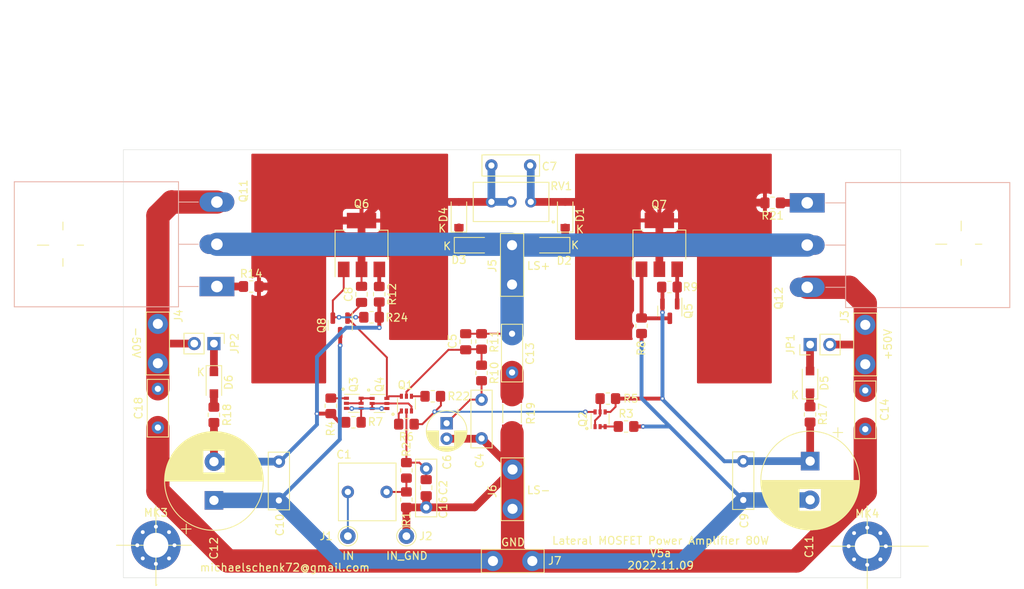
<source format=kicad_pcb>
(kicad_pcb (version 20211014) (generator pcbnew)
  (layers (0 "F.Cu" signal) (31 "B.Cu" signal) (34 "B.Paste" user) (35 "F.Paste" user) (36 "B.SilkS" user "B.Silkscreen") (37 "F.SilkS" user "F.Silkscreen") (38 "B.Mask" user) (39 "F.Mask" user) (44 "Edge.Cuts" user))
  (net 0 "")
  (net 1 "Net-(C1-Pad2)")
  (net 2 "Net-(C1-Pad1)")
  (net 3 "GND")
  (net 4 "Net-(C16-Pad1)")
  (net 5 "Net-(C4-Pad1)")
  (net 6 "Net-(C13-Pad1)")
  (net 7 "Net-(C7-Pad1)")
  (net 8 "Net-(C5-Pad2)")
  (net 9 "Net-(C11-Pad1)")
  (net 10 "Net-(C13-Pad2)")
  (net 11 "Net-(D1-Pad1)")
  (net 12 "Net-(D3-Pad1)")
  (net 13 "Net-(D5-Pad1)")
  (net 14 "Net-(D6-Pad2)")
  (net 15 "Net-(Q11-Pad1)")
  (net 16 "Net-(C14-Pad1)")
  (net 17 "Net-(Q1-Pad1)")
  (net 18 "Net-(C18-Pad2)")
  (net 19 "Net-(Q5-Pad3)")
  (net 20 "Net-(Q2-Pad2)")
  (net 21 "Net-(Q2-Pad1)")
  (net 22 "Net-(C8-Pad2)")
  (net 23 "Net-(Q1-Pad4)")
  (net 24 "Net-(D5-Pad2)")
  (net 25 "Net-(Q1-Pad3)")
  (net 26 "Net-(D6-Pad1)")
  (net 27 "Net-(Q5-Pad1)")
  (net 28 "Net-(Q2-Pad6)")
  (net 29 "Net-(Q12-Pad1)")
  (net 30 "Net-(R4-Pad1)")
  (net 31 "Net-(Q6-Pad1)")
  (net 32 "Net-(C7-Pad2)")
  (net 33 "Net-(C10-Pad2)")
  (net 34 "Net-(Q3-Pad2)")
  (net 35 "Net-(Q3-Pad3)")
  (net 36 "Net-(Q3-Pad4)")
  (net 37 "Net-(Q6-Pad3)")
  (footprint "Capacitor_THT:C_Rect_L7.2mm_W7.2mm_P5.00mm_FKS2_FKP2_MKS2_MKP2" (layer "F.Cu") (at 143.19 88.7476 180)
    (fp_text reference "C1")
    (fp_text value "3.3uF")
  )
  (footprint "Capacitor_SMD:C_0805_2012Metric_Pad1.18x1.45mm_HandSolder" (layer "F.Cu") (at 148.3 88.2 -90)
    (fp_text reference "C2")
    (fp_text value "470p")
  )
  (footprint "Capacitor_THT:CP_Radial_D5.0mm_P2.00mm" (layer "F.Cu") (at 150.9395 79.883 -90)
    (fp_text reference "C4")
    (fp_text value "47u/16V")
  )
  (footprint "Capacitor_SMD:C_0805_2012Metric_Pad1.18x1.45mm_HandSolder" (layer "F.Cu") (at 153.4 69.3625 -90)
    (fp_text reference "C5")
    (fp_text value "10p")
  )
  (footprint "Capacitor_THT:C_Rect_L7.2mm_W2.5mm_P5.00mm_FKS2_FKP2_MKS2_MKP2" (layer "F.Cu") (at 155.448 76.835 -90)
    (fp_text reference "C6")
    (fp_text value "100n")
  )
  (footprint "Capacitor_THT:C_Rect_L7.2mm_W2.5mm_P5.00mm_FKS2_FKP2_MKS2_MKP2" (layer "F.Cu") (at 189.23 84.789 -90)
    (fp_text reference "C9")
    (fp_text value "100n")
  )
  (footprint "Capacitor_THT:CP_Radial_D12.5mm_P5.00mm" (layer "F.Cu") (at 197.866 84.7725 -90)
    (fp_text reference "C11")
    (fp_text value "220u/100V")
  )
  (footprint "Capacitor_THT:C_Rect_L7.2mm_W2.5mm_P5.00mm_FKS2_FKP2_MKS2_MKP2" (layer "F.Cu") (at 159.385 68.326 -90)
    (fp_text reference "C13")
    (fp_text value "22n")
  )
  (footprint "Diode_SMD:D_SOD-123" (layer "F.Cu") (at 166.243 52.958 90)
    (fp_text reference "D1")
    (fp_text value "1N914")
  )
  (footprint "Diode_SMD:D_SOD-123" (layer "F.Cu") (at 164.592 56.896 180)
    (fp_text reference "D2")
    (fp_text value "12V/0.5W")
  )
  (footprint "Diode_SMD:D_SOD-123" (layer "F.Cu") (at 154.178 56.896)
    (fp_text reference "D3")
    (fp_text value "1N914")
  )
  (footprint "Diode_SMD:D_SOD-123" (layer "F.Cu") (at 152.527 52.958 90)
    (fp_text reference "D4")
    (fp_text value "12V/0.5W")
  )
  (footprint "Diode_SMD:D_SOD-123F" (layer "F.Cu") (at 197.85 74.55 90)
    (fp_text reference "D5")
    (fp_text value "SM4002PL-TP")
  )
  (footprint "Connector_Pin:Pin_D1.0mm_L10.0mm" (layer "F.Cu") (at 138.19 94.4585)
    (fp_text reference "J1")
    (fp_text value "Conn_01x01")
  )
  (footprint "Connector_Pin:Pin_D1.0mm_L10.0mm" (layer "F.Cu") (at 145.7465 94.4585)
    (fp_text reference "J2")
    (fp_text value "Conn_01x01")
  )
  (footprint "kicad-snk:TE-726386-2_Pitch5.08mm_Drill1.3mm" (layer "F.Cu") (at 204.978 72.263 90)
    (fp_text reference "J3")
    (fp_text value "+50V")
  )
  (footprint "kicad-snk:TE-726386-2_Pitch5.08mm_Drill1.3mm" (layer "F.Cu") (at 159.385 56.896 -90)
    (fp_text reference "J5")
    (fp_text value "LS+")
  )
  (footprint "kicad-snk:TE-726386-2_Pitch5.08mm_Drill1.3mm" (layer "F.Cu") (at 159.4485 85.852 -90)
    (fp_text reference "J6")
    (fp_text value "LS-")
  )
  (footprint "kicad-snk:TE-726386-2_Pitch5.08mm_Drill1.3mm" (layer "F.Cu") (at 156.9212 97.663)
    (fp_text reference "J7")
    (fp_text value "GND")
  )
  (footprint "MountingHole:MountingHole_3.2mm_M3_Pad_Via" (layer "F.Cu") (at 113.411 95.631)
    (fp_text reference "MK3")
    (fp_text value "Mounting_Hole_PAD")
  )
  (footprint "MountingHole:MountingHole_3.2mm_M3_Pad_Via" (layer "F.Cu") (at 205.232 95.758)
    (fp_text reference "MK4")
    (fp_text value "Mounting_Hole_PAD")
  )
  (footprint "Resistor_SMD:R_0805_2012Metric_Pad1.20x1.40mm_HandSolder" (layer "F.Cu") (at 145.7465 89.7435 -90)
    (fp_text reference "R1")
    (fp_text value "33k")
  )
  (footprint "Resistor_SMD:R_0805_2012Metric_Pad1.20x1.40mm_HandSolder" (layer "F.Cu") (at 145.7465 85.9655 -90)
    (fp_text reference "R2")
    (fp_text value "470R")
  )
  (footprint "Resistor_SMD:R_0805_2012Metric_Pad1.20x1.40mm_HandSolder" (layer "F.Cu") (at 174.1 80.3)
    (fp_text reference "R3")
    (fp_text value "47k")
  )
  (footprint "Resistor_SMD:R_0805_2012Metric_Pad1.20x1.40mm_HandSolder" (layer "F.Cu") (at 171.75 76.7 180)
    (fp_text reference "R5")
    (fp_text value "150R")
  )
  (footprint "Resistor_SMD:R_0805_2012Metric_Pad1.20x1.40mm_HandSolder" (layer "F.Cu") (at 145.75 80 180)
    (fp_text reference "R6")
    (fp_text value "180R")
  )
  (footprint "Resistor_SMD:R_0805_2012Metric_Pad1.20x1.40mm_HandSolder" (layer "F.Cu") (at 155.448 73.39 -90)
    (fp_text reference "R10")
    (fp_text value "1k")
  )
  (footprint "Resistor_SMD:R_0805_2012Metric_Pad1.20x1.40mm_HandSolder" (layer "F.Cu") (at 155.448 69.326 -90)
    (fp_text reference "R11")
    (fp_text value "33k")
  )
  (footprint "Resistor_SMD:R_0805_2012Metric_Pad1.20x1.40mm_HandSolder" (layer "F.Cu") (at 125.714 62.23)
    (fp_text reference "R14")
    (fp_text value "220R")
  )
  (footprint "Resistor_SMD:R_0805_2012Metric_Pad1.20x1.40mm_HandSolder" (layer "F.Cu") (at 197.85 78.75 90)
    (fp_text reference "R17")
    (fp_text value "100R")
  )
  (footprint "Resistor_SMD:R_MELF_MMB-0207" (layer "F.Cu") (at 159.385 78.65 -90)
    (fp_text reference "R19")
    (fp_text value "6.8R/1W")
  )
  (footprint "Resistor_SMD:R_0805_2012Metric_Pad1.20x1.40mm_HandSolder" (layer "F.Cu") (at 193.024 51.435 180)
    (fp_text reference "R21")
    (fp_text value "220R")
  )
  (footprint "Capacitor_THT:C_Rect_L7.2mm_W2.5mm_P5.00mm_FKS2_FKP2_MKS2_MKP2" (layer "F.Cu") (at 204.978 75.645 -90)
    (fp_text reference "C14")
    (fp_text value "100n")
  )
  (footprint "Resistor_SMD:R_0805_2012Metric_Pad1.20x1.40mm_HandSolder" (layer "F.Cu") (at 120.9 78.8 -90)
    (fp_text reference "R18")
    (fp_text value "100R")
  )
  (footprint "Capacitor_THT:C_Rect_L7.2mm_W2.5mm_P5.00mm_FKS2_FKP2_MKS2_MKP2" (layer "F.Cu") (at 129.286 89.836 90)
    (fp_text reference "C10")
    (fp_text value "100n")
  )
  (footprint "Capacitor_THT:CP_Radial_D12.5mm_P5.00mm" (layer "F.Cu") (at 120.904 89.836 90)
    (fp_text reference "C12")
    (fp_text value "220u/100V")
  )
  (footprint "Resistor_SMD:R_0805_2012Metric_Pad1.20x1.40mm_HandSolder" (layer "F.Cu") (at 138.9032 79.756 180)
    (fp_text reference "R7")
    (fp_text value "220")
  )
  (footprint "Resistor_SMD:R_0805_2012Metric_Pad1.20x1.40mm_HandSolder" (layer "F.Cu") (at 135.9916 77.6384 -90)
    (fp_text reference "R4")
    (fp_text value "220")
  )
  (footprint "Package_TO_SOT_SMD:SOT-23" (layer "F.Cu") (at 179.75 65.4 -90)
    (fp_text reference "Q5")
    (fp_text value "BC856B")
  )
  (footprint "Package_TO_SOT_SMD:SOT-223-3_TabPin2" (layer "F.Cu") (at 139.954 56.871 90)
    (fp_text reference "Q6")
    (fp_text value "DZT5551")
  )
  (footprint "Package_TO_SOT_SMD:SOT-363_SC-70-6" (layer "F.Cu") (at 145.75 77.35 90)
    (fp_text reference "Q1")
    (fp_text value "BCM856BS,115")
  )
  (footprint "Package_TO_SOT_SMD:SOT-363_SC-70-6" (layer "F.Cu") (at 170.7515 79.3695 90)
    (fp_text reference "Q2")
    (fp_text value "BCM856BS,115")
  )
  (footprint "kicad-snk:TE-726386-2_Pitch5.08mm_Drill1.3mm" (layer "F.Cu") (at 113.665 72.136 90)
    (fp_text reference "J4")
    (fp_text value "-50V")
  )
  (footprint "Capacitor_THT:C_Rect_L7.2mm_W2.5mm_P5.00mm_FKS2_FKP2_MKS2_MKP2" (layer "F.Cu") (at 113.665 80.438 90)
    (fp_text reference "C18")
    (fp_text value "100n")
  )
  (footprint "Diode_SMD:D_SOD-123F" (layer "F.Cu") (at 120.9 74.65 -90)
    (fp_text reference "D6")
    (fp_text value "SM4002PL-TP")
  )
  (footprint "Capacitor_THT:C_Rect_L7.2mm_W2.5mm_P5.00mm_FKS2_FKP2_MKS2_MKP2" (layer "F.Cu") (at 156.718 46.609)
    (fp_text reference "C7")
    (fp_text value "100n")
  )
  (footprint "Potentiometer_THT:Potentiometer_Bourns_3296W_Vertical" (layer "F.Cu") (at 161.798 51.308)
    (fp_text reference "RV1")
    (fp_text value "200R")
  )
  (footprint "Resistor_SMD:R_0805_2012Metric_Pad1.20x1.40mm_HandSolder" (layer "F.Cu") (at 179.7 62.3)
    (fp_text reference "R9")
    (fp_text value "40.6R")
  )
  (footprint "Package_TO_SOT_SMD:SOT-363_SC-70-6" (layer "F.Cu") (at 138.9532 77.3072)
    (fp_text reference "Q3")
    (fp_text value "BCM846BS,115")
  )
  (footprint "Capacitor_THT:C_Rect_L7.2mm_W2.5mm_P5.00mm_FKS2_FKP2_MKS2_MKP2" (layer "F.Cu") (at 148.3 85.7375 -90)
    (fp_text reference "C16")
    (fp_text value "1n")
  )
  (footprint "Resistor_SMD:R_0805_2012Metric_Pad1.20x1.40mm_HandSolder" (layer "F.Cu") (at 149.15 76.4 180)
    (fp_text reference "R22")
    (fp_text value "180R")
  )
  (footprint "Resistor_SMD:R_0805_2012Metric_Pad1.20x1.40mm_HandSolder" (layer "F.Cu") (at 141.25 66.2)
    (fp_text reference "R24")
    (fp_text value "1k")
  )
  (footprint "Package_TO_SOT_SMD:SOT-223-3_TabPin2" (layer "F.Cu") (at 178.4 56.85 90)
    (fp_text reference "Q7")
    (fp_text value "DZT5401")
  )
  (footprint "Capacitor_SMD:C_0805_2012Metric_Pad1.18x1.45mm_HandSolder" (layer "F.Cu") (at 139.954 63.2421 -90)
    (fp_text reference "C8")
    (fp_text value "27p")
  )
  (footprint "Package_TO_SOT_SMD:SOT-363_SC-70-6" (layer "F.Cu") (at 142.2756 77.328)
    (fp_text reference "Q4")
    (fp_text value "BCM846BS,115")
  )
  (footprint "Connector_PinHeader_2.54mm:PinHeader_1x02_P2.54mm_Vertical" (layer "F.Cu") (at 197.866 69.723 90)
    (fp_text reference "JP1")
    (fp_text value "Jump")
  )
  (footprint "Package_TO_SOT_SMD:SOT-23" (layer "F.Cu") (at 137.2 67.25 -90)
    (fp_text reference "Q8")
    (fp_text value "BC846B")
  )
  (footprint "Connector_PinHeader_2.54mm:PinHeader_1x02_P2.54mm_Vertical" (layer "F.Cu") (at 120.904 69.596 -90)
    (fp_text reference "JP2")
    (fp_text value "Jump")
  )
  (footprint "Resistor_SMD:R_0805_2012Metric_Pad1.20x1.40mm_HandSolder" (layer "F.Cu") (at 176.1 67.3 -90)
    (fp_text reference "R8")
    (fp_text value "47k")
  )
  (footprint "Resistor_SMD:R_0805_2012Metric_Pad1.20x1.40mm_HandSolder" (layer "F.Cu") (at 142.24 63.23 -90)
    (fp_text reference "R12")
    (fp_text value "56")
  )
  (footprint "Package_TO_SOT_THT:TO-247-3_Horizontal_TabUp" (layer "B.Cu") (at 121.285 62.23 90)
    (fp_text reference "Q11")
    (fp_text value "ECX10P20")
  )
  (footprint "Package_TO_SOT_THT:TO-247-3_Horizontal_TabUp" (layer "B.Cu") (at 197.485 51.435 -90)
    (fp_text reference "Q12")
    (fp_text value "ECX10N20")
  )
  (gr_line (start 98.1075 56.896) (end 104.0765 56.896) (layer "F.SilkS") (width 0.12))
  (gr_line (start 101.4095 53.9115) (end 101.4095 59.6265) (layer "F.SilkS") (width 0.12))
  (gr_line (start 213.106 95.758) (end 200.533 95.758) (layer "F.SilkS") (width 0.12))
  (gr_line (start 117.983 95.631) (end 108.331 95.631) (layer "F.SilkS") (width 0.12))
  (gr_line (start 205.232 101.219) (end 205.232 90.551) (layer "F.SilkS") (width 0.12))
  (gr_line (start 217.3605 53.7845) (end 217.3605 59.4995) (layer "F.SilkS") (width 0.12))
  (gr_line (start 214.0585 56.769) (end 220.0275 56.769) (layer "F.SilkS") (width 0.12))
  (gr_line (start 113.411 90.551) (end 113.411 100.838) (layer "F.SilkS") (width 0.12))
  (gr_line (start 113.411 100.838) (end 113.538 100.711) (layer "F.SilkS") (width 0.12))
  (gr_line (start 109.22 99.822) (end 209.55 99.822) (layer "Edge.Cuts") (width 0.05))
  (gr_line (start 109.22 44.577) (end 109.22 99.822) (layer "Edge.Cuts") (width 0.05))
  (gr_line (start 209.55 44.577) (end 209.55 99.822) (layer "Edge.Cuts") (width 0.05))
  (gr_line (start 109.22 44.577) (end 209.55 44.577) (layer "Edge.Cuts") (width 0.05))
  (gr_text "GND" (at 159.512 95.25) (layer "F.SilkS") (effects (font (size 1 1))))
  (gr_text "-50V" (at 110.871 69.469 -90) (layer "F.SilkS") (effects (font (size 1 1))))
  (gr_text "°" (at 164.7 54.3) (layer "F.SilkS") (effects (font (size 1 1))))
  (gr_text "°" (at 169.037 80.957) (layer "F.SilkS") (effects (font (size 1 1))))
  (gr_text "°" (at 144.018 79.121) (layer "F.SilkS") (effects (font (size 1 1))))
  (gr_text "IN" (at 138.25 97) (layer "F.SilkS") (effects (font (size 1 1))))
  (gr_text "LS+" (at 162.814 59.563) (layer "F.SilkS") (effects (font (size 1 1))))
  (gr_text "K" (at 119.2 73.3) (layer "F.SilkS") (effects (font (size 1 1))))
  (gr_text "+50V" (at 207.899 69.723 90) (layer "F.SilkS") (effects (font (size 1 1))))
  (gr_text "IN_GND" (at 145.81 96.9985) (layer "F.SilkS") (effects (font (size 1 1))))
  (gr_text "°" (at 137.5664 75.8952) (layer "F.SilkS") (effects (font (size 1 1))))
  (gr_text "K" (at 167.513 56.896) (layer "F.SilkS") (effects (font (size 1 1))))
  (gr_text "michaelschenk72@gmail.com" (at 130.05 98.5) (layer "F.SilkS") (effects (font (size 1 1))))
  (gr_text "K" (at 195.9 76.25) (layer "F.SilkS") (effects (font (size 1 1))))
  (gr_text "K" (at 151.003 57.023) (layer "F.SilkS") (effects (font (size 1 1))))
  (gr_text "Lateral MOSFET Power Amplifier 80W\nV5a\n2022.11.09" (at 178.562 96.647) (layer "F.SilkS") (effects (font (size 1 1))))
  (gr_text "°" (at 140.8684 75.9968) (layer "F.SilkS") (effects (font (size 1 1))))
  (gr_text "K" (at 168.148 54.864) (layer "F.SilkS") (effects (font (size 1 1))))
  (gr_text "K" (at 150.368 54.737) (layer "F.SilkS") (effects (font (size 1 1))))
  (gr_text "LS-" (at 162.814 88.519) (layer "F.SilkS") (effects (font (size 1 1))))
  (segment (start 138.19 94.4585) (end 138.19 88.7476) (width 0.25) (layer "B.Cu") (net 1))
  (segment (start 143.19 88.7476) (end 145.7424 88.7476) (width 0.25) (layer "F.Cu") (net 2))
  (segment (start 145.7465 88.7435) (end 145.7465 86.9655) (width 0.25) (layer "F.Cu") (net 2))
  (segment (start 150.9395 81.883) (end 155.4 81.883) (width 1) (layer "F.Cu") (net 3))
  (segment (start 156.9212 97.663) (end 122.695002 97.663) (width 3) (layer "F.Cu") (net 3))
  (segment (start 148.3 90.7375) (end 154.563 90.7375) (width 1) (layer "F.Cu") (net 3))
  (segment (start 204.978 88.759998) (end 204.978 80.645) (width 3) (layer "F.Cu") (net 3))
  (segment (start 145.7465 90.7435) (end 148.652 90.7435) (width 1) (layer "F.Cu") (net 3))
  (segment (start 148.3 90.7375) (end 148.3 89.2375) (width 1) (layer "F.Cu") (net 3))
  (segment (start 160.528 97.663) (end 156.9212 97.663) (width 3) (layer "F.Cu") (net 3))
  (segment (start 154.563 90.7375) (end 159.4485 85.852) (width 1) (layer "F.Cu") (net 3))
  (segment (start 159.4485 85.8355) (end 155.448 81.835) (width 1) (layer "F.Cu") (net 3))
  (segment (start 137.2 68.1875) (end 137.2 69.85) (width 0.5) (layer "F.Cu") (net 3))
  (segment (start 196.074998 97.663) (end 204.978 88.759998) (width 3) (layer "F.Cu") (net 3))
  (segment (start 159.4485 96.5835) (end 160.528 97.663) (width 3) (layer "F.Cu") (net 3))
  (segment (start 113.665 80.438) (end 113.665 88.632998) (width 3) (layer "F.Cu") (net 3))
  (segment (start 162.0012 97.663) (end 196.074998 97.663) (width 3) (layer "F.Cu") (net 3))
  (segment (start 159.385 81.1) (end 159.385 85.7885) (width 3) (layer "F.Cu") (net 3))
  (segment (start 175.1 80.3) (end 176.3 80.3) (width 0.5) (layer "F.Cu") (net 3))
  (segment (start 162.0012 97.663) (end 160.528 97.663) (width 3) (layer "F.Cu") (net 3))
  (segment (start 159.4485 90.932) (end 159.4485 96.5835) (width 3) (layer "F.Cu") (net 3))
  (segment (start 176.1 68.3) (end 176.1 69.5) (width 0.5) (layer "F.Cu") (net 3))
  (segment (start 113.665 88.632998) (end 122.695002 97.663) (width 3) (layer "F.Cu") (net 3))
  (segment (start 145.7465 94.4585) (end 145.7465 90.7435) (width 1) (layer "F.Cu") (net 3))
  (segment (start 159.4485 85.852) (end 159.4485 90.932) (width 3) (layer "F.Cu") (net 3))
  (via (at 176.3 80.3) (size 0.6) (drill 0.3) (layers "F.Cu" "B.Cu") (net 3))
  (via (at 176.1 69.5) (size 0.6) (drill 0.3) (layers "F.Cu" "B.Cu") (net 3))
  (via (at 137.2 69.85) (size 0.6) (drill 0.3) (layers "F.Cu" "B.Cu") (net 3))
  (segment (start 137.150489 69.899511) (end 137.150489 81.971511) (width 0.5) (layer "B.Cu") (net 3))
  (segment (start 162.0012 97.663) (end 181.356 97.663) (width 2) (layer "B.Cu") (net 3))
  (segment (start 181.356 97.663) (end 189.23 89.789) (width 2) (layer "B.Cu") (net 3))
  (segment (start 179.65 80.3) (end 179.6955 80.2545) (width 0.5) (layer "B.Cu") (net 3))
  (segment (start 176.1 76.659) (end 176.1 69.5) (width 0.5) (layer "B.Cu") (net 3))
  (segment (start 176.3 80.3) (end 179.65 80.3) (width 0.5) (layer "B.Cu") (net 3))
  (segment (start 129.286 89.836) (end 137.15 97.7) (width 2) (layer "B.Cu") (net 3))
  (segment (start 156.9212 97.663) (end 137.187 97.663) (width 2) (layer "B.Cu") (net 3))
  (segment (start 137.150489 81.971511) (end 129.286 89.836) (width 0.5) (layer "B.Cu") (net 3))
  (segment (start 137.2 69.85) (end 137.150489 69.899511) (width 0.5) (layer "B.Cu") (net 3))
  (segment (start 189.23 89.789) (end 197.8495 89.789) (width 2) (layer "B.Cu") (net 3))
  (segment (start 189.23 89.789) (end 179.6955 80.2545) (width 0.5) (layer "B.Cu") (net 3))
  (segment (start 137.187 97.663) (end 137.15 97.7) (width 2) (layer "B.Cu") (net 3))
  (segment (start 129.286 89.836) (end 120.904 89.836) (width 2) (layer "B.Cu") (net 3))
  (segment (start 179.6955 80.2545) (end 176.1 76.659) (width 0.5) (layer "B.Cu") (net 3))
  (segment (start 147.428 84.9655) (end 148.2 85.7375) (width 0.25) (layer "F.Cu") (net 4))
  (segment (start 148.3 87.1625) (end 148.3 85.7375) (width 0.25) (layer "F.Cu") (net 4))
  (segment (start 145.7465 84.9655) (end 145.7465 80.615993) (width 0.25) (layer "F.Cu") (net 4))
  (segment (start 145.7465 84.9655) (end 147.428 84.9655) (width 0.25) (layer "F.Cu") (net 4))
  (segment (start 145.7465 80.615993) (end 145.75 80.612493) (width 0.25) (layer "F.Cu") (net 4))
  (segment (start 145.75 78.3) (end 145.75 80.612493) (width 0.25) (layer "F.Cu") (net 4))
  (segment (start 155.448 76.835) (end 153.9875 76.835) (width 0.25) (layer "F.Cu") (net 5))
  (segment (start 153.9875 76.835) (end 150.9395 79.883) (width 0.25) (layer "F.Cu") (net 5))
  (segment (start 155.448 76.835) (end 155.448 74.39) (width 0.25) (layer "F.Cu") (net 5))
  (segment (start 155.448 68.326) (end 153.401 68.326) (width 0.25) (layer "F.Cu") (net 6))
  (segment (start 162.942 56.896) (end 159.385 56.896) (width 1) (layer "F.Cu") (net 6))
  (segment (start 159.385 68.326) (end 155.448 68.326) (width 0.25) (layer "F.Cu") (net 6))
  (segment (start 155.828 56.896) (end 159.385 56.896) (width 1) (layer "F.Cu") (net 6))
  (segment (start 159.385 61.976) (end 159.385 68.326) (width 3) (layer "B.Cu") (net 6))
  (segment (start 159.396 56.885) (end 197.485 56.885) (width 3) (layer "B.Cu") (net 6))
  (segment (start 159.385 56.896) (end 159.385 61.976) (width 3) (layer "B.Cu") (net 6))
  (segment (start 159.269 56.78) (end 121.285 56.78) (width 3) (layer "B.Cu") (net 6))
  (segment (start 128.27 62.23) (end 126.714 62.23) (width 1) (layer "F.Cu") (net 7))
  (segment (start 139.954 62.2046) (end 139.954 60.021) (width 0.25) (layer "F.Cu") (net 7))
  (segment (start 139.954 60.021) (end 139.954 53.721) (width 1) (layer "F.Cu") (net 7))
  (segment (start 156.718 51.308) (end 152.527 51.308) (width 1) (layer "F.Cu") (net 7))
  (segment (start 136.779 53.721) (end 128.27 62.23) (width 1) (layer "F.Cu") (net 7))
  (segment (start 152.527 51.308) (end 142.367 51.308) (width 1) (layer "F.Cu") (net 7))
  (segment (start 142.367 51.308) (end 139.954 53.721) (width 1) (layer "F.Cu") (net 7))
  (segment (start 139.954 53.721) (end 136.779 53.721) (width 1) (layer "F.Cu") (net 7))
  (segment (start 159.258 51.308) (end 156.718 51.308) (width 1) (layer "B.Cu") (net 7))
  (segment (start 156.718 51.308) (end 156.718 46.609) (width 1) (layer "B.Cu") (net 7))
  (segment (start 155.448 72.39) (end 155.448 70.326) (width 0.25) (layer "F.Cu") (net 8))
  (segment (start 151.175 70.4) (end 153.4 70.4) (width 0.25) (layer "F.Cu") (net 8))
  (segment (start 145.75 76.4) (end 145.75 75.825) (width 0.25) (layer "F.Cu") (net 8))
  (segment (start 155.448 70.326) (end 153.474 70.326) (width 0.25) (layer "F.Cu") (net 8))
  (segment (start 145.75 75.825) (end 151.175 70.4) (width 0.25) (layer "F.Cu") (net 8))
  (segment (start 178.8 64.4625) (end 178.8 65.588) (width 0.5) (layer "F.Cu") (net 9))
  (segment (start 172.0805 78.4195) (end 171.4015 78.4195) (width 0.25) (layer "F.Cu") (net 9))
  (segment (start 172.75 77.75) (end 172.0805 78.4195) (width 0.25) (layer "F.Cu") (net 9))
  (segment (start 197.866 84.7725) (end 197.866 79.766) (width 1) (layer "F.Cu") (net 9))
  (segment (start 172.75 76.7) (end 172.75 77.75) (width 0.25) (layer "F.Cu") (net 9))
  (segment (start 172.75 76.7) (end 178.8 76.7) (width 0.5) (layer "F.Cu") (net 9))
  (segment (start 178.8 64.4625) (end 178.8 62.4) (width 0.5) (layer "F.Cu") (net 9))
  (via (at 178.8 76.7) (size 0.6) (drill 0.3) (layers "F.Cu" "B.Cu") (net 9))
  (via (at 178.8 65.588) (size 0.6) (drill 0.3) (layers "F.Cu" "B.Cu") (net 9))
  (segment (start 178.8 65.588) (end 178.8 76.7) (width 0.5) (layer "B.Cu") (net 9))
  (segment (start 189.23 84.789) (end 186.789 84.789) (width 0.5) (layer "B.Cu") (net 9))
  (segment (start 197.866 84.7725) (end 189.2465 84.7725) (width 1) (layer "B.Cu") (net 9))
  (segment (start 186.789 84.789) (end 178.75 76.75) (width 0.5) (layer "B.Cu") (net 9))
  (segment (start 178.8 76.7) (end 178.75 76.75) (width 0.5) (layer "B.Cu") (net 9))
  (segment (start 159.385 73.326) (end 159.385 76.2) (width 3) (layer "F.Cu") (net 10))
  (segment (start 166.243 56.895) (end 166.242 56.896) (width 1) (layer "F.Cu") (net 11))
  (segment (start 166.243 54.608) (end 166.243 56.895) (width 1) (layer "F.Cu") (net 11))
  (segment (start 152.528 56.896) (end 152.528 54.609) (width 1) (layer "F.Cu") (net 12))
  (segment (start 152.528 54.609) (end 152.527 54.608) (width 1) (layer "F.Cu") (net 12))
  (segment (start 197.85 77.75) (end 197.85 75.95) (width 1) (layer "F.Cu") (net 13))
  (segment (start 120.9 77.8) (end 120.9 76.05) (width 1) (layer "F.Cu") (net 14))
  (segment (start 121.285 62.23) (end 124.714 62.23) (width 1) (layer "F.Cu") (net 15))
  (segment (start 202.924 62.335) (end 197.485 62.335) (width 3) (layer "F.Cu") (net 16))
  (segment (start 200.406 69.723) (end 204.597 69.723) (width 1) (layer "F.Cu") (net 16))
  (segment (start 204.597 69.723) (end 204.978 70.104) (width 1) (layer "F.Cu") (net 16))
  (segment (start 204.978 67.183) (end 204.978 70.104) (width 3) (layer "F.Cu") (net 16))
  (segment (start 204.978 72.263) (end 204.978 75.645) (width 3) (layer "F.Cu") (net 16))
  (segment (start 204.978 70.104) (end 204.978 72.263) (width 3) (layer "F.Cu") (net 16))
  (segment (start 204.978 64.389) (end 202.924 62.335) (width 3) (layer "F.Cu") (net 16))
  (segment (start 204.978 67.183) (end 204.978 64.389) (width 3) (layer "F.Cu") (net 16))
  (segment (start 144.75 80) (end 144.75 78.65) (width 0.25) (layer "F.Cu") (net 17))
  (segment (start 144.75 78.65) (end 145.1 78.3) (width 0.25) (layer "F.Cu") (net 17))
  (segment (start 114.554 69.596) (end 113.665 70.485) (width 1) (layer "F.Cu") (net 18))
  (segment (start 113.665 53.086) (end 115.443 51.308) (width 3) (layer "F.Cu") (net 18))
  (segment (start 113.665 75.438) (end 113.665 72.136) (width 3) (layer "F.Cu") (net 18))
  (segment (start 113.665 72.136) (end 113.665 70.485) (width 3) (layer "F.Cu") (net 18))
  (segment (start 113.665 70.485) (end 113.665 67.056) (width 3) (layer "F.Cu") (net 18))
  (segment (start 113.665 67.056) (end 113.665 53.086) (width 3) (layer "F.Cu") (net 18))
  (segment (start 115.465 51.33) (end 121.285 51.33) (width 3) (layer "F.Cu") (net 18))
  (segment (start 115.443 51.308) (end 115.465 51.33) (width 3) (layer "F.Cu") (net 18))
  (segment (start 118.364 69.596) (end 114.554 69.596) (width 1) (layer "F.Cu") (net 18))
  (segment (start 179.75 66.3375) (end 176.1375 66.3375) (width 0.5) (layer "F.Cu") (net 19))
  (segment (start 176.1 66.3) (end 176.1 60) (width 0.5) (layer "F.Cu") (net 19))
  (segment (start 173.1 80.3) (end 171.421 80.3) (width 0.25) (layer "F.Cu") (net 20))
  (segment (start 170.7515 80.3195) (end 171.4015 80.3195) (width 0.25) (layer "F.Cu") (net 20))
  (segment (start 170.7515 78.879502) (end 170.7515 78.4195) (width 0.25) (layer "F.Cu") (net 21))
  (segment (start 170.7515 78.4195) (end 170.7515 76.7015) (width 0.25) (layer "F.Cu") (net 21))
  (segment (start 170.1015 80.3195) (end 170.1015 79.529502) (width 0.25) (layer "F.Cu") (net 21))
  (segment (start 170.1015 79.529502) (end 170.7515 78.879502) (width 0.25) (layer "F.Cu") (net 21))
  (segment (start 143.5036 76.4) (end 143.2256 76.678) (width 0.25) (layer "F.Cu") (net 22))
  (segment (start 138.15 66.3125) (end 143.2256 71.3881) (width 0.25) (layer "F.Cu") (net 22))
  (segment (start 143.2256 71.3881) (end 143.2256 76.678) (width 0.25) (layer "F.Cu") (net 22))
  (segment (start 139.954 64.5085) (end 138.15 66.3125) (width 0.25) (layer "F.Cu") (net 22))
  (segment (start 145.1 76.4) (end 143.5036 76.4) (width 0.25) (layer "F.Cu") (net 22))
  (segment (start 148.15 76.4) (end 146.4 76.4) (width 0.25) (layer "F.Cu") (net 23))
  (segment (start 197.85 73.15) (end 197.85 69.739) (width 1) (layer "F.Cu") (net 24))
  (segment (start 141.3256 77.978) (end 141.3256 77.328) (width 0.25) (layer "F.Cu") (net 25))
  (segment (start 146.003 77.328) (end 143.2256 77.328) (width 0.25) (layer "F.Cu") (net 25))
  (segment (start 146.4 77.725) (end 146.003 77.328) (width 0.25) (layer "F.Cu") (net 25))
  (segment (start 143.2256 77.328) (end 141.3256 77.328) (width 0.25) (layer "F.Cu") (net 25))
  (segment (start 146.4 78.3) (end 146.4 77.725) (width 0.25) (layer "F.Cu") (net 25))
  (segment (start 120.9 73.25) (end 120.9 69.6) (width 1) (layer "F.Cu") (net 26))
  (segment (start 180.7 64.4625) (end 180.7 62.3) (width 0.5) (layer "F.Cu") (net 27))
  (segment (start 180.7 62.3) (end 180.7 60) (width 0.5) (layer "F.Cu") (net 27))
  (segment (start 170.1015 78.4195) (end 168.849 78.4195) (width 0.25) (layer "F.Cu") (net 28))
  (segment (start 168.849 78.4195) (end 168.8465 78.417) (width 0.25) (layer "F.Cu") (net 28))
  (segment (start 146.75 80) (end 147.8 80) (width 0.25) (layer "F.Cu") (net 28))
  (segment (start 150.2 77.6) (end 150.2 76.45) (width 0.25) (layer "F.Cu") (net 28))
  (segment (start 149.4 78.4) (end 150.2 77.6) (width 0.25) (layer "F.Cu") (net 28))
  (segment (start 147.8 80) (end 149.4 78.4) (width 0.25) (layer "F.Cu") (net 28))
  (via (at 168.8465 78.417) (size 0.6) (drill 0.3) (layers "F.Cu" "B.Cu") (net 28))
  (via (at 149.4 78.4) (size 0.6) (drill 0.3) (layers "F.Cu" "B.Cu") (net 28))
  (segment (start 168.8295 78.4) (end 168.8465 78.417) (width 0.25) (layer "B.Cu") (net 28))
  (segment (start 149.4 78.4) (end 168.8295 78.4) (width 0.25) (layer "B.Cu") (net 28))
  (segment (start 197.485 51.435) (end 194.024 51.435) (width 1) (layer "F.Cu") (net 29))
  (segment (start 138.0032 76.6572) (end 136.0104 76.6572) (width 0.25) (layer "F.Cu") (net 30))
  (segment (start 136.0104 76.6572) (end 135.9916 76.6384) (width 0.25) (layer "F.Cu") (net 30))
  (segment (start 137.654 62.625) (end 136.25 64.029) (width 0.25) (layer "F.Cu") (net 31))
  (segment (start 137.654 60.021) (end 137.654 62.625) (width 0.25) (layer "F.Cu") (net 31))
  (segment (start 136.25 64.029) (end 136.25 66.3125) (width 0.25) (layer "F.Cu") (net 31))
  (segment (start 137.05 66.2) (end 136.3625 66.2) (width 0.25) (layer "F.Cu") (net 31))
  (segment (start 140.25 66.2) (end 139.2 66.2) (width 0.25) (layer "F.Cu") (net 31))
  (via (at 137.05 66.2) (size 0.6) (drill 0.3) (layers "F.Cu" "B.Cu") (net 31))
  (via (at 139.2 66.2) (size 0.6) (drill 0.3) (layers "F.Cu" "B.Cu") (net 31))
  (segment (start 139.2 66.2) (end 137.05 66.2) (width 0.25) (layer "B.Cu") (net 31))
  (segment (start 166.243 51.308) (end 161.798 51.308) (width 1) (layer "F.Cu") (net 32))
  (segment (start 178.4 53.7) (end 180.7 51.4) (width 1) (layer "F.Cu") (net 32))
  (segment (start 176.008 51.308) (end 178.4 53.7) (width 1) (layer "F.Cu") (net 32))
  (segment (start 166.243 51.308) (end 176.008 51.308) (width 1) (layer "F.Cu") (net 32))
  (segment (start 180.7 51.4) (end 191.989 51.4) (width 1) (layer "F.Cu") (net 32))
  (segment (start 178.4 60) (end 178.4 53.7) (width 1) (layer "F.Cu") (net 32))
  (segment (start 161.798 51.308) (end 161.798 46.689) (width 1) (layer "B.Cu") (net 32))
  (segment (start 142.25 64.24) (end 142.24 64.23) (width 0.5) (layer "F.Cu") (net 33))
  (segment (start 137.1092 79.756) (end 135.9916 78.6384) (width 0.5) (layer "F.Cu") (net 33))
  (segment (start 137.9032 79.756) (end 137.1092 79.756) (width 0.5) (layer "F.Cu") (net 33))
  (segment (start 135.9916 78.6384) (end 134.2136 78.6384) (width 0.5) (layer "F.Cu") (net 33))
  (segment (start 120.904 84.836) (end 120.904 79.804) (width 1) (layer "F.Cu") (net 33))
  (segment (start 142.25 66.2) (end 142.25 67.55) (width 0.5) (layer "F.Cu") (net 33))
  (segment (start 142.25 66.2) (end 142.25 64.24) (width 0.5) (layer "F.Cu") (net 33))
  (segment (start 134.2136 78.6384) (end 134.2 78.652) (width 0.5) (layer "F.Cu") (net 33))
  (via (at 134.2 78.652) (size 0.6) (drill 0.3) (layers "F.Cu" "B.Cu") (net 33))
  (via (at 142.25 67.55) (size 0.6) (drill 0.3) (layers "F.Cu" "B.Cu") (net 33))
  (segment (start 142.25 67.55) (end 137.95 67.55) (width 0.5) (layer "B.Cu") (net 33))
  (segment (start 137.95 67.55) (end 134.2 71.3) (width 0.5) (layer "B.Cu") (net 33))
  (segment (start 129.286 84.836) (end 120.904 84.836) (width 1) (layer "B.Cu") (net 33))
  (segment (start 134.2 80.05) (end 129.414 84.836) (width 0.5) (layer "B.Cu") (net 33))
  (segment (start 134.2 78.652) (end 134.2 80.05) (width 0.5) (layer "B.Cu") (net 33))
  (segment (start 134.2 71.3) (end 134.2 74.4) (width 0.5) (layer "B.Cu") (net 33))
  (segment (start 134.2 74.4) (end 134.2 78.652) (width 0.5) (layer "B.Cu") (net 33))
  (segment (start 141.3048 76.6572) (end 141.3256 76.678) (width 0.25) (layer "F.Cu") (net 34))
  (segment (start 139.9032 77.3072) (end 139.9032 76.6572) (width 0.25) (layer "F.Cu") (net 34))
  (segment (start 139.9032 76.6572) (end 141.3048 76.6572) (width 0.25) (layer "F.Cu") (net 34))
  (segment (start 139.9032 77.3072) (end 138.0032 77.3072) (width 0.25) (layer "F.Cu") (net 34))
  (segment (start 138.684 77.978) (end 138.024 77.978) (width 0.25) (layer "F.Cu") (net 35))
  (segment (start 138.024 77.978) (end 138.0032 77.9572) (width 0.25) (layer "F.Cu") (net 35))
  (segment (start 143.2256 77.978) (end 142.5448 77.978) (width 0.25) (layer "F.Cu") (net 35))
  (via (at 138.684 77.978) (size 0.6) (drill 0.3) (layers "F.Cu" "B.Cu") (net 35))
  (via (at 142.5448 77.978) (size 0.6) (drill 0.3) (layers "F.Cu" "B.Cu") (net 35))
  (segment (start 142.5448 77.978) (end 138.684 77.978) (width 0.25) (layer "B.Cu") (net 35))
  (segment (start 139.9032 79.756) (end 139.9032 77.9572) (width 0.25) (layer "F.Cu") (net 36))
  (segment (start 142.24 60.035) (end 142.254 60.021) (width 0.5) (layer "F.Cu") (net 37))
  (segment (start 142.24 62.23) (end 142.24 60.035) (width 0.5) (layer "F.Cu") (net 37))
  (zone (net 7) (net_name "Net-(C7-Pad1)") (layer "F.Cu") (connect_pads (clearance 0.508)) (min_thickness 0.254) (fill yes (thermal_gap 0.508) (thermal_bridge_width 0.508))
    (polygon (pts (xy 151.13 69.135) (xy 143.51 69.135) (xy 143.51 58.42) (xy 135.39 58.42) (xy 135.39 74.739) (xy 125.73 74.739) (xy 125.73 44.577) (xy 151.13 44.577)))
  )
  (zone (net 32) (net_name "Net-(C7-Pad2)") (layer "F.Cu") (connect_pads (clearance 0.508)) (min_thickness 0.254) (fill yes (thermal_gap 0.508) (thermal_bridge_width 0.508))
    (polygon (pts (xy 167.513 69.135) (xy 175.133 69.135) (xy 175.133 58.42) (xy 183.253 58.42) (xy 183.253 74.739) (xy 192.913 74.739) (xy 192.913 44.577) (xy 167.513 44.577)))
  )
)
</source>
